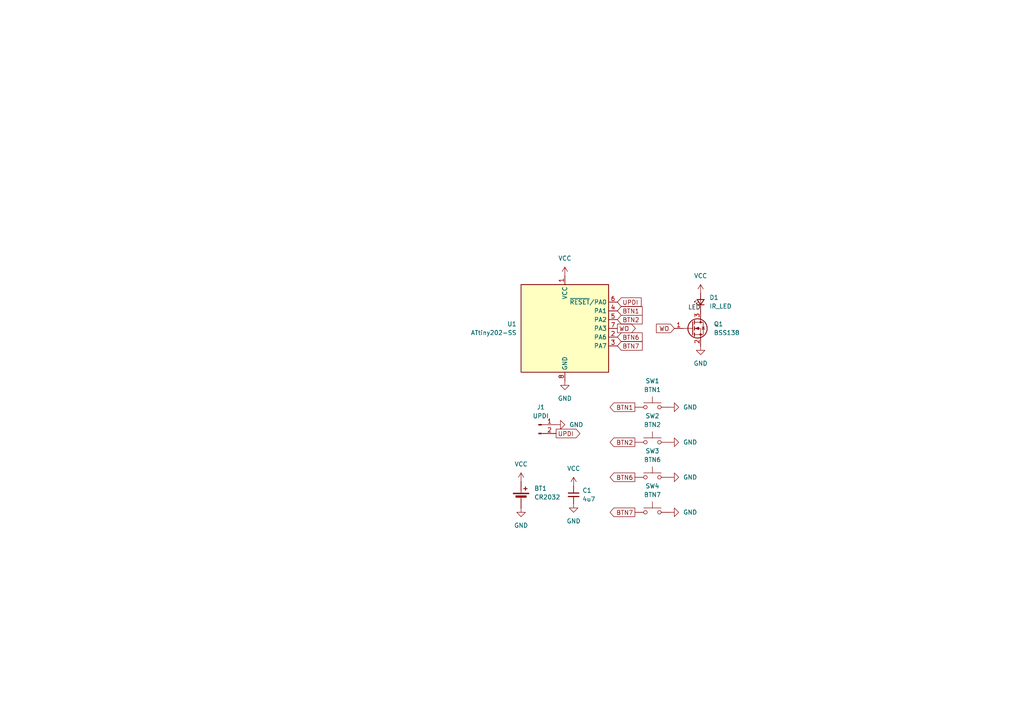
<source format=kicad_sch>
(kicad_sch (version 20250114) (generator "eeschema") (generator_version "9.0")
  (paper "A4")
  (lib_symbols
    (symbol "Connector:Conn_01x02_Pin" (pin_names (offset 1.016) (hide yes))
      (property "Reference" "J" (at 0 2.54 0))
      (property "Value" "Conn_01x02_Pin" (at 0 -5.08 0))
      (symbol "Conn_01x02_Pin_1_1"
        (rectangle (start 0.8636 0.127) (end 0 -0.127) (stroke (width 0.1524)) (fill (type outline)))
        (rectangle (start 0.8636 -2.413) (end 0 -2.667) (stroke (width 0.1524)) (fill (type outline)))
        (polyline (pts (xy 1.27 0) (xy 0.8636 0)) (stroke (width 0.1524)))
        (polyline (pts (xy 1.27 -2.54) (xy 0.8636 -2.54)) (stroke (width 0.1524)))
        (pin passive line (at 5.08 0 180) (length 3.81) (name "Pin_1") (number "1"))
        (pin passive line (at 5.08 -2.54 180) (length 3.81) (name "Pin_2") (number "2"))
      )
    )
    (symbol "Device:Battery_Cell" (pin_numbers (hide yes)) (pin_names (offset 0) (hide yes))
      (property "Reference" "BT" (at 2.54 2.54 0))
      (property "Value" "Battery_Cell" (at 2.54 0 0))
      (symbol "Battery_Cell_0_1"
        (rectangle (start -2.286 1.778) (end 2.286 1.524) (fill (type outline)))
        (rectangle (start -1.524 1.016) (end 1.524 0.508) (fill (type outline)))
        (polyline (pts (xy 0 1.778) (xy 0 2.54)))
        (polyline (pts (xy 0 0.762) (xy 0 0)))
        (polyline (pts (xy 0.762 3.048) (xy 1.778 3.048)) (stroke (width 0.254)))
        (polyline (pts (xy 1.27 3.556) (xy 1.27 2.54)) (stroke (width 0.254)))
      )
      (symbol "Battery_Cell_1_1"
        (pin passive line (at 0 5.08 270) (length 2.54) (name "+") (number "1"))
        (pin passive line (at 0 -2.54 90) (length 2.54) (name "-") (number "2"))
      )
    )
    (symbol "Device:C_Small" (pin_numbers (hide yes)) (pin_names (offset 0.254) (hide yes))
      (property "Reference" "C" (at 0.254 1.778 0))
      (property "Value" "C_Small" (at 0.254 -2.032 0))
      (symbol "C_Small_0_1"
        (polyline (pts (xy -1.524 0.508) (xy 1.524 0.508)) (stroke (width 0.3048)))
        (polyline (pts (xy -1.524 -0.508) (xy 1.524 -0.508)) (stroke (width 0.3302)))
      )
      (symbol "C_Small_1_1"
        (pin passive line (at 0 2.54 270) (length 2.032) (name "~") (number "1"))
        (pin passive line (at 0 -2.54 90) (length 2.032) (name "~") (number "2"))
      )
    )
    (symbol "Device:LED_Small" (pin_numbers (hide yes)) (pin_names (offset 0.254) (hide yes))
      (property "Reference" "D" (at -1.27 3.175 0))
      (property "Value" "LED_Small" (at -4.445 -2.54 0))
      (symbol "LED_Small_0_1"
        (polyline (pts (xy -0.762 -1.016) (xy -0.762 1.016)) (stroke (width 0.254)))
        (polyline (pts (xy 0 0.762) (xy -0.508 1.27) (xy -0.254 1.27) (xy -0.508 1.27) (xy -0.508 1.016)))
        (polyline (pts (xy 0.508 1.27) (xy 0 1.778) (xy 0.254 1.778) (xy 0 1.778) (xy 0 1.524)))
        (polyline (pts (xy 0.762 -1.016) (xy -0.762 0) (xy 0.762 1.016) (xy 0.762 -1.016)) (stroke (width 0.254)))
        (polyline (pts (xy 1.016 0) (xy -0.762 0)))
      )
      (symbol "LED_Small_1_1"
        (pin passive line (at -2.54 0 0) (length 1.778) (name "K") (number "1"))
        (pin passive line (at 2.54 0 180) (length 1.778) (name "A") (number "2"))
      )
    )
    (symbol "MCU_Microchip_ATtiny:ATtiny202-SS"
      (property "Reference" "U" (at -12.7 13.97 0))
      (property "Value" "ATtiny202-SS" (at 2.54 -13.97 0))
      (symbol "ATtiny202-SS_0_1"
        (rectangle (start -12.7 -12.7) (end 12.7 12.7) (stroke (width 0.254)) (fill (type background)))
      )
      (symbol "ATtiny202-SS_1_1"
        (pin power_in line (at 0 15.24 270) (length 2.54) (name "VCC") (number "1"))
        (pin power_in line (at 0 -15.24 90) (length 2.54) (name "GND") (number "8"))
        (pin bidirectional line (at 15.24 7.62 180) (length 2.54) (name "~{RESET}/PA0") (number "6"))
        (pin bidirectional line (at 15.24 5.08 180) (length 2.54) (name "PA1") (number "4"))
        (pin bidirectional line (at 15.24 2.54 180) (length 2.54) (name "PA2") (number "5"))
        (pin bidirectional line (at 15.24 0 180) (length 2.54) (name "PA3") (number "7"))
        (pin bidirectional line (at 15.24 -2.54 180) (length 2.54) (name "PA6") (number "2"))
        (pin bidirectional line (at 15.24 -5.08 180) (length 2.54) (name "PA7") (number "3"))
      )
    )
    (symbol "Switch:SW_Push" (pin_numbers (hide yes)) (pin_names (offset 1.016) (hide yes))
      (property "Reference" "SW" (at 1.27 2.54 0))
      (property "Value" "SW_Push" (at 0 -1.524 0))
      (symbol "SW_Push_0_1"
        (circle (center -2.032 0) (radius 0.508))
        (polyline (pts (xy 0 1.27) (xy 0 3.048)))
        (circle (center 2.032 0) (radius 0.508))
        (polyline (pts (xy 2.54 1.27) (xy -2.54 1.27)))
        (pin passive line (at -5.08 0 0) (length 2.54) (name "1") (number "1"))
        (pin passive line (at 5.08 0 180) (length 2.54) (name "2") (number "2"))
      )
    )
    (symbol "Transistor_FET:BSS138" (pin_names (offset 0) (hide yes))
      (property "Reference" "Q" (at 5.08 1.905 0))
      (property "Value" "BSS138" (at 5.08 0 0))
      (symbol "BSS138_0_1"
        (polyline (pts (xy 0.254 1.905) (xy 0.254 -1.905)) (stroke (width 0.254)))
        (polyline (pts (xy 0.254 0) (xy -2.54 0)))
        (polyline (pts (xy 0.762 2.286) (xy 0.762 1.27)) (stroke (width 0.254)))
        (polyline (pts (xy 0.762 0.508) (xy 0.762 -0.508)) (stroke (width 0.254)))
        (polyline (pts (xy 0.762 -1.27) (xy 0.762 -2.286)) (stroke (width 0.254)))
        (polyline (pts (xy 0.762 -1.778) (xy 3.302 -1.778) (xy 3.302 1.778) (xy 0.762 1.778)))
        (polyline (pts (xy 1.016 0) (xy 2.032 0.381) (xy 2.032 -0.381) (xy 1.016 0)) (fill (type outline)))
        (circle (center 1.651 0) (radius 2.794) (stroke (width 0.254)))
        (polyline (pts (xy 2.54 2.54) (xy 2.54 1.778)))
        (circle (center 2.54 1.778) (radius 0.254) (fill (type outline)))
        (circle (center 2.54 -1.778) (radius 0.254) (fill (type outline)))
        (polyline (pts (xy 2.54 -2.54) (xy 2.54 0) (xy 0.762 0)))
        (polyline (pts (xy 2.921 0.381) (xy 3.683 0.381)))
        (polyline (pts (xy 3.302 0.381) (xy 2.921 -0.254) (xy 3.683 -0.254) (xy 3.302 0.381)))
      )
      (symbol "BSS138_1_1"
        (pin input line (at -5.08 0 0) (length 2.54) (name "G") (number "1"))
        (pin passive line (at 2.54 5.08 270) (length 2.54) (name "D") (number "3"))
        (pin passive line (at 2.54 -5.08 90) (length 2.54) (name "S") (number "2"))
      )
    )
    (symbol "power:GND" (power) (pin_numbers (hide yes)) (pin_names (offset 0) (hide yes))
      (property "Value" "GND" (at 0 -3.81 0))
      (symbol "GND_0_1"
        (polyline (pts (xy 0 0) (xy 0 -1.27) (xy 1.27 -1.27) (xy 0 -2.54) (xy -1.27 -1.27) (xy 0 -1.27)))
      )
      (symbol "GND_1_1"
        (pin power_in line (at 0 0 270) (length 0) (name "~") (number "1"))
      )
    )
    (symbol "power:VCC" (power) (pin_numbers (hide yes)) (pin_names (offset 0) (hide yes))
      (property "Value" "VCC" (at 0 3.556 0))
      (symbol "VCC_0_1"
        (polyline (pts (xy -0.762 1.27) (xy 0 2.54)))
        (polyline (pts (xy 0 2.54) (xy 0.762 1.27)))
        (polyline (pts (xy 0 0) (xy 0 2.54)))
      )
      (symbol "VCC_1_1"
        (pin power_in line (at 0 0 90) (length 0) (name "~") (number "1"))
      )
    )
  )
  (label "LED" (at 203.2 90.17 180))
  (global_label "BTN1" (shape input) (at 179.07 90.17 0) (property "Intersheetrefs" "${INTERSHEET_REFS}" (effects (hide yes))))
  (global_label "WO" (shape input) (at 195.58 95.25 180) (property "Intersheetrefs" "${INTERSHEET_REFS}" (effects (hide yes))))
  (global_label "BTN6" (shape input) (at 179.07 97.79 0) (property "Intersheetrefs" "${INTERSHEET_REFS}" (effects (hide yes))))
  (global_label "WO" (shape output) (at 179.07 95.25 0) (property "Intersheetrefs" "${INTERSHEET_REFS}" (effects (hide yes))))
  (global_label "BTN2" (shape input) (at 179.07 92.71 0) (property "Intersheetrefs" "${INTERSHEET_REFS}" (effects (hide yes))))
  (global_label "BTN6" (shape output) (at 184.15 138.43 180) (property "Intersheetrefs" "${INTERSHEET_REFS}" (effects (hide yes))))
  (global_label "BTN7" (shape output) (at 184.15 148.59 180) (property "Intersheetrefs" "${INTERSHEET_REFS}" (effects (hide yes))))
  (global_label "UPDI" (shape output) (at 161.29 125.73 0) (property "Intersheetrefs" "${INTERSHEET_REFS}" (effects (hide yes))))
  (global_label "BTN7" (shape input) (at 179.07 100.33 0) (property "Intersheetrefs" "${INTERSHEET_REFS}" (effects (hide yes))))
  (global_label "UPDI" (shape input) (at 179.07 87.63 0) (property "Intersheetrefs" "${INTERSHEET_REFS}" (effects (hide yes))))
  (global_label "BTN1" (shape output) (at 184.15 118.11 180) (property "Intersheetrefs" "${INTERSHEET_REFS}" (effects (hide yes))))
  (global_label "BTN2" (shape output) (at 184.15 128.27 180) (property "Intersheetrefs" "${INTERSHEET_REFS}" (effects (hide yes))))
  (symbol (lib_id "power:GND") (at 194.31 148.59 90) (unit 1)
    (property "Reference" "#PWR011" (effects (hide yes)))
    (property "Value" "GND" (at 198.12 148.5899 90) (effects (justify right)))
    (property "Description" "Power symbol creates a global label with name \"GND\" , ground" (effects (hide yes)))
  )
  (symbol (lib_id "power:VCC") (at 151.13 139.7 0) (unit 1)
    (property "Reference" "#PWR05" (effects (hide yes)))
    (property "Value" "VCC" (at 151.13 134.62 0))
    (property "Description" "Power symbol creates a global label with name \"VCC\"" (effects (hide yes)))
  )
  (symbol (lib_id "power:GND") (at 194.31 128.27 90) (unit 1)
    (property "Reference" "#PWR09" (effects (hide yes)))
    (property "Value" "GND" (at 198.12 128.2699 90) (effects (justify right)))
    (property "Description" "Power symbol creates a global label with name \"GND\" , ground" (effects (hide yes)))
  )
  (symbol (lib_id "Switch:SW_Push") (at 189.23 128.27 0) (unit 1)
    (property "Reference" "SW2" (at 189.23 120.65 0))
    (property "Value" "BTN2" (at 189.23 123.19 0))
    (property "Footprint" "Library:alps-skrg" (effects (hide yes)))
    (property "Description" "Push button switch, generic, two pins" (effects (hide yes)))
  )
  (symbol (lib_id "power:GND") (at 194.31 138.43 90) (unit 1)
    (property "Reference" "#PWR010" (effects (hide yes)))
    (property "Value" "GND" (at 198.12 138.4299 90) (effects (justify right)))
    (property "Description" "Power symbol creates a global label with name \"GND\" , ground" (effects (hide yes)))
  )
  (symbol (lib_id "power:GND") (at 161.29 123.19 90) (mirror x) (unit 1)
    (property "Reference" "#PWR03" (effects (hide yes)))
    (property "Value" "GND" (at 165.1 123.1901 90) (effects (justify right)))
    (property "Description" "Power symbol creates a global label with name \"GND\" , ground" (effects (hide yes)))
  )
  (symbol (lib_id "Switch:SW_Push") (at 189.23 138.43 0) (unit 1)
    (property "Reference" "SW3" (at 189.23 130.81 0))
    (property "Value" "BTN6" (at 189.23 133.35 0))
    (property "Footprint" "Library:alps-skrg" (effects (hide yes)))
    (property "Description" "Push button switch, generic, two pins" (effects (hide yes)))
  )
  (symbol (lib_id "power:GND") (at 194.31 118.11 90) (unit 1)
    (property "Reference" "#PWR08" (effects (hide yes)))
    (property "Value" "GND" (at 198.12 118.1099 90) (effects (justify right)))
    (property "Description" "Power symbol creates a global label with name \"GND\" , ground" (effects (hide yes)))
  )
  (symbol (lib_id "power:GND") (at 163.83 110.49 0) (unit 1)
    (property "Reference" "#PWR01" (effects (hide yes)))
    (property "Value" "GND" (at 163.83 115.57 0))
    (property "Description" "Power symbol creates a global label with name \"GND\" , ground" (effects (hide yes)))
  )
  (symbol (lib_id "MCU_Microchip_ATtiny:ATtiny202-SS") (at 163.83 95.25 0) (unit 1)
    (property "Reference" "U1" (at 149.86 93.9799 0) (effects (justify right)))
    (property "Value" "ATtiny202-SS" (at 149.86 96.5199 0) (effects (justify right)))
    (property "Footprint" "Package_SO:SOIC-8_3.9x4.9mm_P1.27mm" (effects (hide yes)))
    (property "Datasheet" "http://ww1.microchip.com/downloads/en/DeviceDoc/ATtiny202-402-AVR-MCU-with-Core-Independent-Peripherals_and-picoPower-40001969A.pdf" (effects (hide yes)))
    (property "Description" "20MHz, 2kB Flash, 128B SRAM, 64B EEPROM, SOIC-8" (effects (hide yes)))
  )
  (symbol (lib_id "Switch:SW_Push") (at 189.23 118.11 0) (unit 1)
    (property "Reference" "SW1" (at 189.23 110.49 0))
    (property "Value" "BTN1" (at 189.23 113.03 0))
    (property "Footprint" "Library:alps-skrg" (effects (hide yes)))
    (property "Description" "Push button switch, generic, two pins" (effects (hide yes)))
  )
  (symbol (lib_id "power:VCC") (at 163.83 80.01 0) (unit 1)
    (property "Reference" "#PWR02" (effects (hide yes)))
    (property "Value" "VCC" (at 163.83 74.93 0))
    (property "Description" "Power symbol creates a global label with name \"VCC\"" (effects (hide yes)))
  )
  (symbol (lib_id "power:VCC") (at 166.37 140.97 0) (unit 1)
    (property "Reference" "#PWR012" (effects (hide yes)))
    (property "Value" "VCC" (at 166.37 135.89 0))
    (property "Description" "Power symbol creates a global label with name \"VCC\"" (effects (hide yes)))
  )
  (symbol (lib_id "power:GND") (at 151.13 147.32 0) (unit 1)
    (property "Reference" "#PWR04" (effects (hide yes)))
    (property "Value" "GND" (at 151.13 152.4 0))
    (property "Description" "Power symbol creates a global label with name \"GND\" , ground" (effects (hide yes)))
  )
  (symbol (lib_id "Device:LED_Small") (at 203.2 87.63 90) (unit 1)
    (property "Reference" "D1" (at 205.74 86.2964 90) (effects (justify right)))
    (property "Value" "IR_LED" (at 205.74 88.8364 90) (effects (justify right)))
    (property "Footprint" "LED_THT:LED_D5.0mm_Horizontal_O1.27mm_Z3.0mm_Clear" (effects (hide yes)))
    (property "Description" "Light emitting diode, small symbol" (effects (hide yes)))
    (property "Sim.Pin" "1=K 2=A" (effects (hide yes)))
  )
  (symbol (lib_id "power:GND") (at 166.37 146.05 0) (unit 1)
    (property "Reference" "#PWR013" (effects (hide yes)))
    (property "Value" "GND" (at 166.37 151.13 0))
    (property "Description" "Power symbol creates a global label with name \"GND\" , ground" (effects (hide yes)))
  )
  (symbol (lib_id "power:GND") (at 203.2 100.33 0) (unit 1)
    (property "Reference" "#PWR06" (effects (hide yes)))
    (property "Value" "GND" (at 203.2 105.41 0))
    (property "Description" "Power symbol creates a global label with name \"GND\" , ground" (effects (hide yes)))
  )
  (symbol (lib_id "power:VCC") (at 203.2 85.09 0) (unit 1)
    (property "Reference" "#PWR07" (effects (hide yes)))
    (property "Value" "VCC" (at 203.2 80.01 0))
    (property "Description" "Power symbol creates a global label with name \"VCC\"" (effects (hide yes)))
  )
  (symbol (lib_id "Device:C_Small") (at 166.37 143.51 0) (unit 1)
    (property "Reference" "C1" (at 168.91 142.2462 0) (effects (justify left)))
    (property "Value" "4u7" (at 168.91 144.7862 0) (effects (justify left)))
    (property "Footprint" "Capacitor_SMD:C_0603_1608Metric" (effects (hide yes)))
    (property "Description" "Unpolarized capacitor, small symbol" (effects (hide yes)))
  )
  (symbol (lib_id "Connector:Conn_01x02_Pin") (at 156.21 123.19 0) (unit 1)
    (property "Reference" "J1" (at 156.845 118.11 0))
    (property "Value" "UPDI" (at 156.845 120.65 0))
    (property "Footprint" "Connector_PinHeader_2.54mm:PinHeader_1x02_P2.54mm_Vertical" (effects (hide yes)))
    (property "Description" "Generic connector, single row, 01x02, script generated" (effects (hide yes)))
  )
  (symbol (lib_id "Device:Battery_Cell") (at 151.13 144.78 0) (unit 1)
    (property "Reference" "BT1" (at 154.94 141.6684 0) (effects (justify left)))
    (property "Value" "CR2032" (at 154.94 144.2084 0) (effects (justify left)))
    (property "Footprint" "Battery:BatteryHolder_Multicomp_BC-2001_1x2032" (effects (hide yes)))
    (property "Description" "Single-cell battery" (effects (hide yes)))
  )
  (symbol (lib_id "Switch:SW_Push") (at 189.23 148.59 0) (unit 1)
    (property "Reference" "SW4" (at 189.23 140.97 0))
    (property "Value" "BTN7" (at 189.23 143.51 0))
    (property "Footprint" "Library:alps-skrg" (effects (hide yes)))
    (property "Description" "Push button switch, generic, two pins" (effects (hide yes)))
  )
  (symbol (lib_id "Transistor_FET:BSS138") (at 200.66 95.25 0) (unit 1)
    (property "Reference" "Q1" (at 207.01 93.9799 0) (effects (justify left)))
    (property "Value" "BSS138" (at 207.01 96.5199 0) (effects (justify left)))
    (property "Footprint" "Package_TO_SOT_SMD:SOT-23" (effects (hide yes)))
    (property "Datasheet" "https://www.onsemi.com/pub/Collateral/BSS138-D.PDF" (effects (hide yes)))
    (property "Description" "50V Vds, 0.22A Id, N-Channel MOSFET, SOT-23" (effects (hide yes)))
  )
)
</source>
